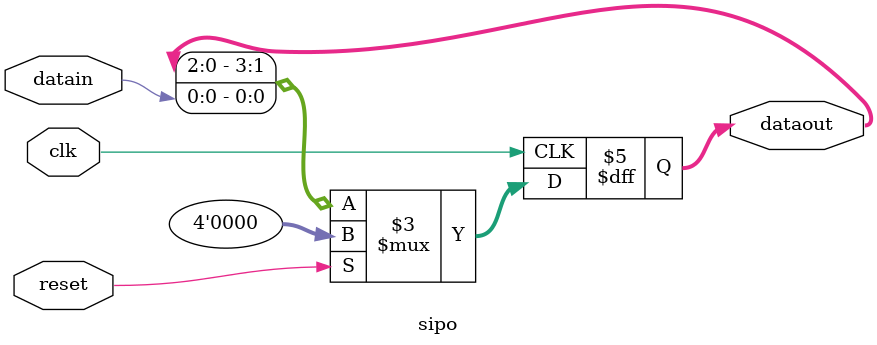
<source format=v>
`timescale 1ns / 1ps

module sipo(input clk,reset,datain,
            output reg[3:0]dataout);
            
always@(posedge clk)
begin
    if(reset)
        dataout<=4'd0;
    else 
        dataout<={dataout[2:0],datain}; //left shifting
end
                  
endmodule

</source>
